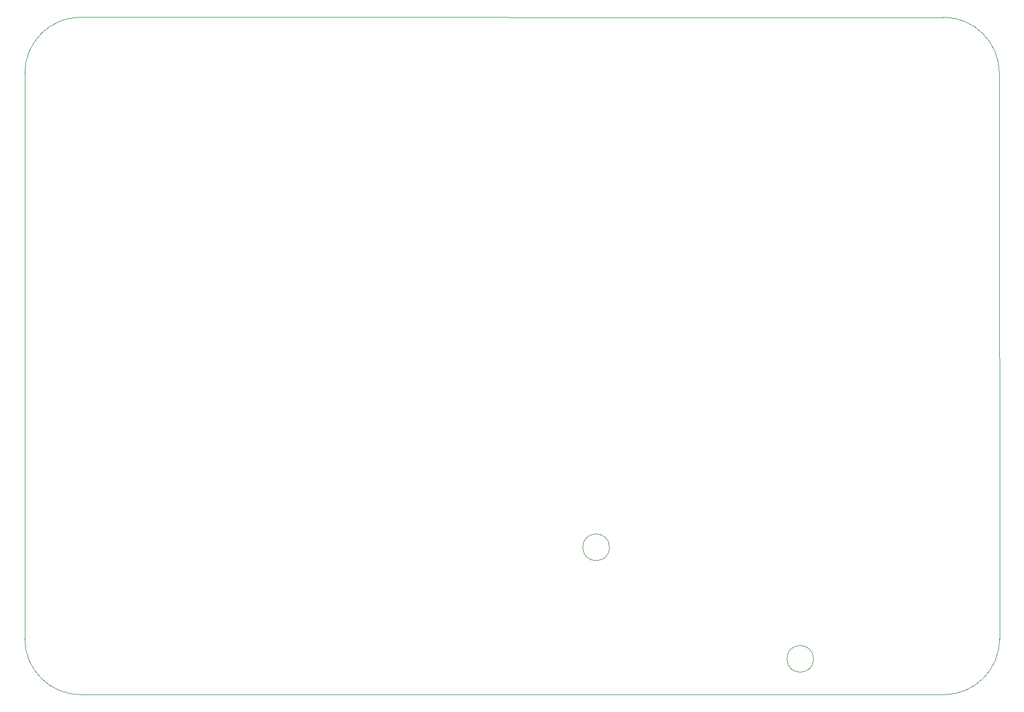
<source format=gbr>
%TF.GenerationSoftware,KiCad,Pcbnew,(6.0.4)*%
%TF.CreationDate,2023-03-10T14:52:47-05:00*%
%TF.ProjectId,cc_pcbRedo,63635f70-6362-4526-9564-6f2e6b696361,rev?*%
%TF.SameCoordinates,Original*%
%TF.FileFunction,Profile,NP*%
%FSLAX46Y46*%
G04 Gerber Fmt 4.6, Leading zero omitted, Abs format (unit mm)*
G04 Created by KiCad (PCBNEW (6.0.4)) date 2023-03-10 14:52:47*
%MOMM*%
%LPD*%
G01*
G04 APERTURE LIST*
%TA.AperFunction,Profile*%
%ADD10C,0.100000*%
%TD*%
%TA.AperFunction,Profile*%
%ADD11C,0.120000*%
%TD*%
G04 APERTURE END LIST*
D10*
X209670000Y-137940000D02*
X80473451Y-137940000D01*
X218007374Y-44742626D02*
G75*
G03*
X209617374Y-36352626I-8389974J26D01*
G01*
X218007374Y-44742626D02*
X218040000Y-129570000D01*
X71983471Y-129592498D02*
G75*
G03*
X80473451Y-137940000I8419979J72498D01*
G01*
X80390000Y-36340000D02*
X209617374Y-36352626D01*
X209670000Y-137940000D02*
G75*
G03*
X218040000Y-129570000I0J8370000D01*
G01*
X80390000Y-36340000D02*
G75*
G03*
X72000000Y-44730000I0J-8390000D01*
G01*
X71983473Y-129592498D02*
X72000000Y-44730000D01*
D11*
%TO.C,J7*%
X159591195Y-115837602D02*
G75*
G03*
X159591195Y-115837602I-2000000J0D01*
G01*
X190166195Y-132562602D02*
G75*
G03*
X190166195Y-132562602I-2000000J0D01*
G01*
%TD*%
M02*

</source>
